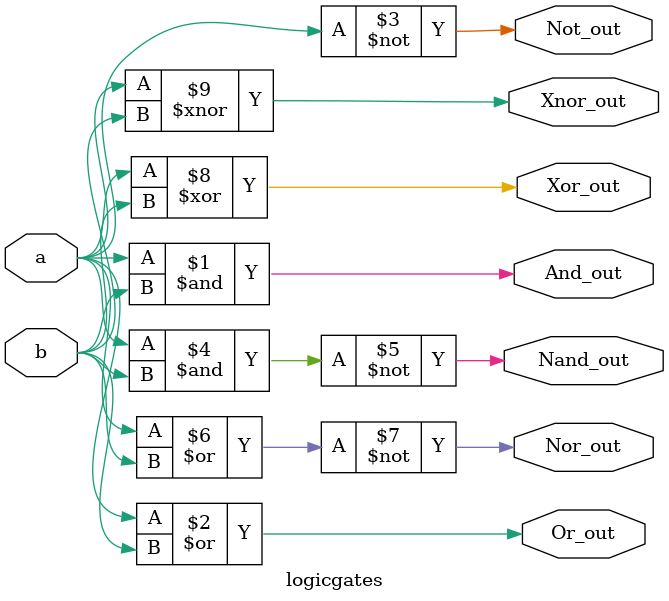
<source format=v>
module logicgates(
  input a, b,
  output And_out, Or_out, Not_out, Nand_out, Nor_out, Xor_out, Xnor_out
);

  assign And_out  = a & b;
  assign Or_out   = a | b;
  assign Not_out  = ~a;
  assign Nand_out = ~(a & b);
  assign Nor_out  = ~(a | b);
  assign Xor_out  = a ^ b;
  assign Xnor_out = a ~^ b;

endmodule

</source>
